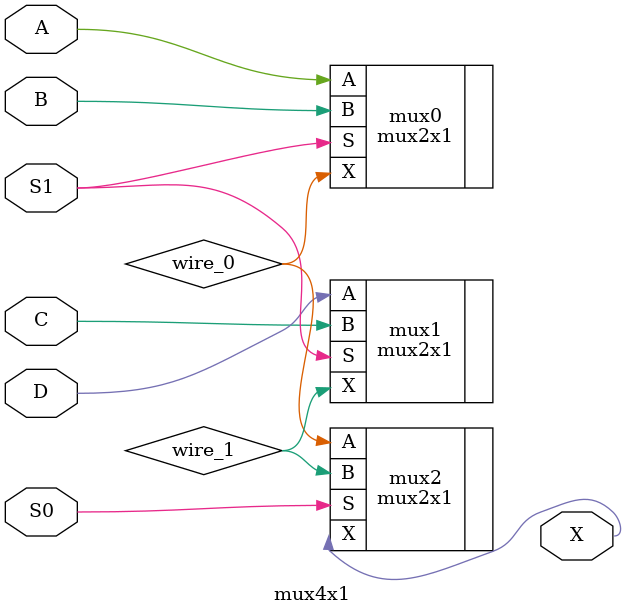
<source format=v>
module mux4x1(input S0, input S1, input A, B, C, D, output X);

	wire wire_0;
	wire wire_1;
	
	mux2x1 mux0(.S(S1), .A(A), .B(B), .X(wire_0));
	mux2x1 mux1(.S(S1), .A(D), .B(C), .X(wire_1));
	mux2x1 mux2(.S(S0), .A(wire_0), .B(wire_1), .X(X));

endmodule 
</source>
